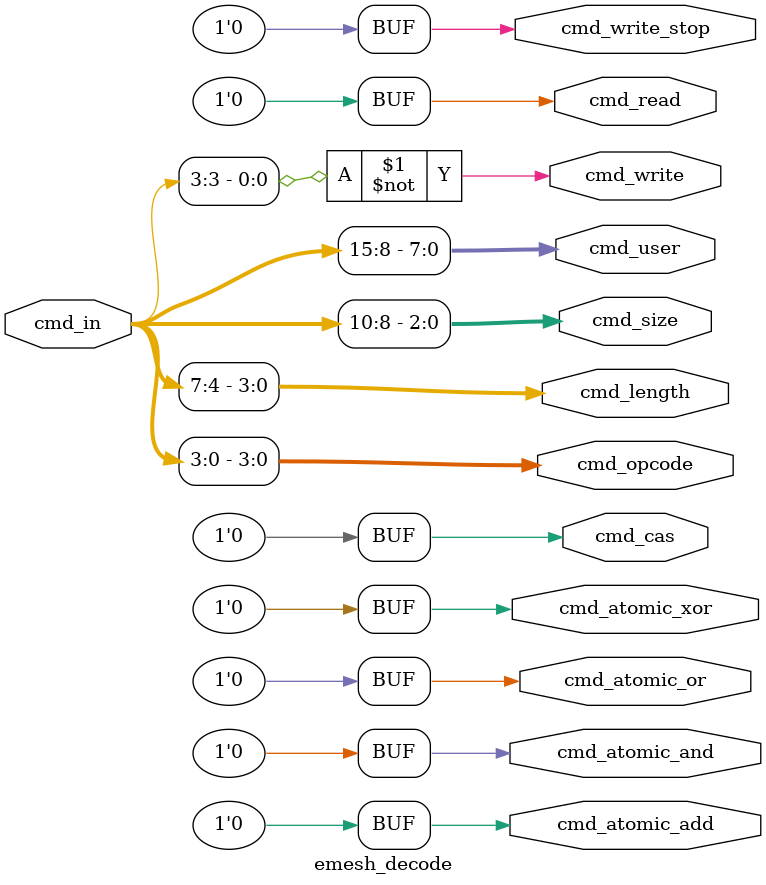
<source format=v>
module emesh_decode(	// file.cleaned.mlir:2:3
  input  [15:0] cmd_in,	// file.cleaned.mlir:2:30
  output        cmd_write,	// file.cleaned.mlir:2:49
                cmd_write_stop,	// file.cleaned.mlir:2:69
                cmd_read,	// file.cleaned.mlir:2:94
                cmd_atomic_add,	// file.cleaned.mlir:2:113
                cmd_atomic_and,	// file.cleaned.mlir:2:138
                cmd_atomic_or,	// file.cleaned.mlir:2:163
                cmd_atomic_xor,	// file.cleaned.mlir:2:187
                cmd_cas,	// file.cleaned.mlir:2:212
  output [3:0]  cmd_opcode,	// file.cleaned.mlir:2:230
                cmd_length,	// file.cleaned.mlir:2:251
  output [2:0]  cmd_size,	// file.cleaned.mlir:2:272
  output [7:0]  cmd_user	// file.cleaned.mlir:2:291
);

  assign cmd_write = ~(cmd_in[3]);	// file.cleaned.mlir:5:10, :6:10, :11:5
  assign cmd_write_stop = 1'h0;	// file.cleaned.mlir:4:14, :11:5
  assign cmd_read = 1'h0;	// file.cleaned.mlir:4:14, :11:5
  assign cmd_atomic_add = 1'h0;	// file.cleaned.mlir:4:14, :11:5
  assign cmd_atomic_and = 1'h0;	// file.cleaned.mlir:4:14, :11:5
  assign cmd_atomic_or = 1'h0;	// file.cleaned.mlir:4:14, :11:5
  assign cmd_atomic_xor = 1'h0;	// file.cleaned.mlir:4:14, :11:5
  assign cmd_cas = 1'h0;	// file.cleaned.mlir:4:14, :11:5
  assign cmd_opcode = cmd_in[3:0];	// file.cleaned.mlir:7:10, :11:5
  assign cmd_length = cmd_in[7:4];	// file.cleaned.mlir:8:10, :11:5
  assign cmd_size = cmd_in[10:8];	// file.cleaned.mlir:9:10, :11:5
  assign cmd_user = cmd_in[15:8];	// file.cleaned.mlir:10:10, :11:5
endmodule


</source>
